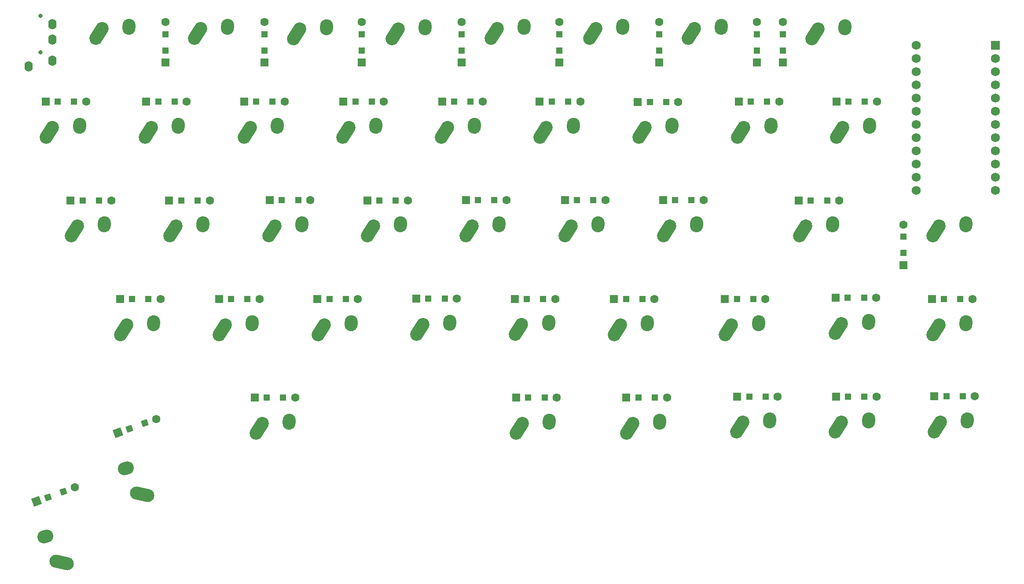
<source format=gts>
G04 #@! TF.GenerationSoftware,KiCad,Pcbnew,(6.0.10-0)*
G04 #@! TF.CreationDate,2022-12-25T19:45:21-08:00*
G04 #@! TF.ProjectId,right,72696768-742e-46b6-9963-61645f706362,rev?*
G04 #@! TF.SameCoordinates,Original*
G04 #@! TF.FileFunction,Soldermask,Top*
G04 #@! TF.FilePolarity,Negative*
%FSLAX46Y46*%
G04 Gerber Fmt 4.6, Leading zero omitted, Abs format (unit mm)*
G04 Created by KiCad (PCBNEW (6.0.10-0)) date 2022-12-25 19:45:21*
%MOMM*%
%LPD*%
G01*
G04 APERTURE LIST*
G04 Aperture macros list*
%AMHorizOval*
0 Thick line with rounded ends*
0 $1 width*
0 $2 $3 position (X,Y) of the first rounded end (center of the circle)*
0 $4 $5 position (X,Y) of the second rounded end (center of the circle)*
0 Add line between two ends*
20,1,$1,$2,$3,$4,$5,0*
0 Add two circle primitives to create the rounded ends*
1,1,$1,$2,$3*
1,1,$1,$4,$5*%
%AMRotRect*
0 Rectangle, with rotation*
0 The origin of the aperture is its center*
0 $1 length*
0 $2 width*
0 $3 Rotation angle, in degrees counterclockwise*
0 Add horizontal line*
21,1,$1,$2,0,0,$3*%
G04 Aperture macros list end*
%ADD10R,1.600000X1.600000*%
%ADD11R,1.200000X1.200000*%
%ADD12C,1.600000*%
%ADD13RotRect,1.600000X1.600000X20.000000*%
%ADD14RotRect,1.200000X1.200000X20.000000*%
%ADD15HorizOval,2.500000X-0.604462X-0.948815X0.604462X0.948815X0*%
%ADD16HorizOval,2.500000X-0.019724X-0.289328X0.019724X0.289328X0*%
%ADD17HorizOval,2.500000X-1.098333X0.243495X1.098333X-0.243495X0*%
%ADD18HorizOval,2.500000X0.278626X0.080421X-0.278626X-0.080421X0*%
%ADD19C,0.800000*%
%ADD20O,1.600000X2.000000*%
%ADD21R,1.752600X1.752600*%
%ADD22C,1.752600*%
G04 APERTURE END LIST*
D10*
X54750000Y-36400000D03*
D11*
X54750000Y-34075000D03*
X54750000Y-30925000D03*
D12*
X54750000Y-28600000D03*
D10*
X73750000Y-36400000D03*
D11*
X73750000Y-34075000D03*
D12*
X73750000Y-28600000D03*
D11*
X73750000Y-30925000D03*
X92500000Y-34075000D03*
D10*
X92500000Y-36400000D03*
D11*
X92500000Y-30925000D03*
D12*
X92500000Y-28600000D03*
D11*
X34005000Y-43910000D03*
D10*
X31680000Y-43910000D03*
D11*
X37155000Y-43910000D03*
D12*
X39480000Y-43910000D03*
D10*
X36480000Y-62930000D03*
D11*
X38805000Y-62930000D03*
D12*
X44280000Y-62930000D03*
D11*
X41955000Y-62930000D03*
D10*
X45980000Y-81940000D03*
D11*
X48305000Y-81940000D03*
D12*
X53780000Y-81940000D03*
D11*
X51455000Y-81940000D03*
D13*
X29955199Y-120873879D03*
D14*
X32139984Y-120078682D03*
X35100016Y-119001318D03*
D12*
X37284801Y-118206121D03*
D11*
X53345000Y-43910000D03*
D10*
X51020000Y-43910000D03*
D11*
X56495000Y-43910000D03*
D12*
X58820000Y-43910000D03*
D10*
X55450000Y-62930000D03*
D11*
X57775000Y-62930000D03*
D12*
X63250000Y-62930000D03*
D11*
X60925000Y-62930000D03*
X67345000Y-81960000D03*
D10*
X65020000Y-81960000D03*
D11*
X70495000Y-81960000D03*
D12*
X72820000Y-81960000D03*
D14*
X47789984Y-106908682D03*
D13*
X45605199Y-107703879D03*
D14*
X50750016Y-105831318D03*
D12*
X52934801Y-105036121D03*
D10*
X69870000Y-43890000D03*
D11*
X72195000Y-43890000D03*
X75345000Y-43890000D03*
D12*
X77670000Y-43890000D03*
D10*
X74800000Y-62900000D03*
D11*
X77125000Y-62900000D03*
X80275000Y-62900000D03*
D12*
X82600000Y-62900000D03*
D11*
X86275000Y-81930000D03*
D10*
X83950000Y-81930000D03*
D11*
X89425000Y-81930000D03*
D12*
X91750000Y-81930000D03*
D11*
X74210000Y-100900000D03*
D10*
X71885000Y-100900000D03*
D12*
X79685000Y-100900000D03*
D11*
X77360000Y-100900000D03*
X111750000Y-34075000D03*
D10*
X111750000Y-36400000D03*
D11*
X111750000Y-30925000D03*
D12*
X111750000Y-28600000D03*
D11*
X91275000Y-43940000D03*
D10*
X88950000Y-43940000D03*
D11*
X94425000Y-43940000D03*
D12*
X96750000Y-43940000D03*
D10*
X93570000Y-62940000D03*
D11*
X95895000Y-62940000D03*
X99045000Y-62940000D03*
D12*
X101370000Y-62940000D03*
D10*
X102980000Y-81880000D03*
D11*
X105305000Y-81880000D03*
D12*
X110780000Y-81880000D03*
D11*
X108455000Y-81880000D03*
D10*
X122200000Y-100910000D03*
D11*
X124525000Y-100910000D03*
D12*
X130000000Y-100910000D03*
D11*
X127675000Y-100910000D03*
X130500000Y-34075000D03*
D10*
X130500000Y-36400000D03*
D12*
X130500000Y-28600000D03*
D11*
X130500000Y-30925000D03*
D10*
X107960000Y-43940000D03*
D11*
X110285000Y-43940000D03*
X113435000Y-43940000D03*
D12*
X115760000Y-43940000D03*
D11*
X114855000Y-62910000D03*
D10*
X112530000Y-62910000D03*
D11*
X118005000Y-62910000D03*
D12*
X120330000Y-62910000D03*
D10*
X121940000Y-81930000D03*
D11*
X124265000Y-81930000D03*
D12*
X129740000Y-81930000D03*
D11*
X127415000Y-81930000D03*
D10*
X143410000Y-100900000D03*
D11*
X145735000Y-100900000D03*
X148885000Y-100900000D03*
D12*
X151210000Y-100900000D03*
D10*
X149750000Y-36400000D03*
D11*
X149750000Y-34075000D03*
X149750000Y-30925000D03*
D12*
X149750000Y-28600000D03*
D11*
X129065000Y-43950000D03*
D10*
X126740000Y-43950000D03*
D11*
X132215000Y-43950000D03*
D12*
X134540000Y-43950000D03*
D10*
X131580000Y-62910000D03*
D11*
X133905000Y-62910000D03*
X137055000Y-62910000D03*
D12*
X139380000Y-62910000D03*
D11*
X143345000Y-81910000D03*
D10*
X141020000Y-81910000D03*
D11*
X146495000Y-81910000D03*
D12*
X148820000Y-81910000D03*
D10*
X164730000Y-100690000D03*
D11*
X167055000Y-100690000D03*
X170205000Y-100690000D03*
D12*
X172530000Y-100690000D03*
D10*
X168500000Y-36400000D03*
D11*
X168500000Y-34075000D03*
X168500000Y-30925000D03*
D12*
X168500000Y-28600000D03*
D11*
X147925000Y-43970000D03*
D10*
X145600000Y-43970000D03*
D12*
X153400000Y-43970000D03*
D11*
X151075000Y-43970000D03*
D10*
X150460000Y-62920000D03*
D11*
X152785000Y-62920000D03*
X155935000Y-62920000D03*
D12*
X158260000Y-62920000D03*
D11*
X164685000Y-81930000D03*
D10*
X162360000Y-81930000D03*
D12*
X170160000Y-81930000D03*
D11*
X167835000Y-81930000D03*
D10*
X183730000Y-100710000D03*
D11*
X186055000Y-100710000D03*
X189205000Y-100710000D03*
D12*
X191530000Y-100710000D03*
D11*
X173500000Y-34075000D03*
D10*
X173500000Y-36400000D03*
D11*
X173500000Y-30925000D03*
D12*
X173500000Y-28600000D03*
D11*
X167355000Y-43940000D03*
D10*
X165030000Y-43940000D03*
D11*
X170505000Y-43940000D03*
D12*
X172830000Y-43940000D03*
D11*
X178885000Y-62930000D03*
D10*
X176560000Y-62930000D03*
D11*
X182035000Y-62930000D03*
D12*
X184360000Y-62930000D03*
D10*
X183670000Y-81680000D03*
D11*
X185995000Y-81680000D03*
D12*
X191470000Y-81680000D03*
D11*
X189145000Y-81680000D03*
X204985000Y-100670000D03*
D10*
X202660000Y-100670000D03*
D11*
X208135000Y-100670000D03*
D12*
X210460000Y-100670000D03*
D10*
X183830000Y-43930000D03*
D11*
X186155000Y-43930000D03*
X189305000Y-43930000D03*
D12*
X191630000Y-43930000D03*
D15*
X60925000Y-30820000D03*
D16*
X66700000Y-29550000D03*
D15*
X79945000Y-30840000D03*
D16*
X85720000Y-29570000D03*
D15*
X32405000Y-49810000D03*
D16*
X38180000Y-48540000D03*
D15*
X37165000Y-68820000D03*
D16*
X42940000Y-67550000D03*
D15*
X46695000Y-87830000D03*
D16*
X52470000Y-86560000D03*
D17*
X34765558Y-132622610D03*
D18*
X31596982Y-127630251D03*
D15*
X51425000Y-49810000D03*
D16*
X57200000Y-48540000D03*
D15*
X56145000Y-68830000D03*
D16*
X61920000Y-67560000D03*
D15*
X65655000Y-87840000D03*
D16*
X71430000Y-86570000D03*
D15*
X70445000Y-49810000D03*
D16*
X76220000Y-48540000D03*
D15*
X75205000Y-68810000D03*
D16*
X80980000Y-67540000D03*
D15*
X84675000Y-87820000D03*
D16*
X90450000Y-86550000D03*
D15*
X72785000Y-106810000D03*
D16*
X78560000Y-105540000D03*
D15*
X98935000Y-30860000D03*
D16*
X104710000Y-29590000D03*
D15*
X89455000Y-49820000D03*
D16*
X95230000Y-48550000D03*
D15*
X94175000Y-68810000D03*
D16*
X99950000Y-67540000D03*
D15*
X103665000Y-87810000D03*
D16*
X109440000Y-86540000D03*
D15*
X117945000Y-30810000D03*
D16*
X123720000Y-29540000D03*
D15*
X108415000Y-49830000D03*
D16*
X114190000Y-48560000D03*
D15*
X113175000Y-68820000D03*
D16*
X118950000Y-67550000D03*
D15*
X122675000Y-87810000D03*
D16*
X128450000Y-86540000D03*
D15*
X144025000Y-106800000D03*
D16*
X149800000Y-105530000D03*
D15*
X136945000Y-30820000D03*
D16*
X142720000Y-29550000D03*
D15*
X127415000Y-49840000D03*
D16*
X133190000Y-48570000D03*
D15*
X132185000Y-68820000D03*
D16*
X137960000Y-67550000D03*
D15*
X141685000Y-87830000D03*
D16*
X147460000Y-86560000D03*
D15*
X165215000Y-106590000D03*
D16*
X170990000Y-105320000D03*
D15*
X155920000Y-30820000D03*
D16*
X161695000Y-29550000D03*
D15*
X146425000Y-49850000D03*
D16*
X152200000Y-48580000D03*
D15*
X151185000Y-68820000D03*
D16*
X156960000Y-67550000D03*
D15*
X163055000Y-87830000D03*
D16*
X168830000Y-86560000D03*
D15*
X184225000Y-106590000D03*
D16*
X190000000Y-105320000D03*
D15*
X179675000Y-30840000D03*
D16*
X185450000Y-29570000D03*
D15*
X165425000Y-49840000D03*
D16*
X171200000Y-48570000D03*
D15*
X177305000Y-68800000D03*
D16*
X183080000Y-67530000D03*
D15*
X203225000Y-106580000D03*
D16*
X209000000Y-105310000D03*
D15*
X184435000Y-49820000D03*
D16*
X190210000Y-48550000D03*
D19*
X30690000Y-34410000D03*
X30690000Y-27410000D03*
D20*
X28390000Y-37110000D03*
X32990000Y-36010000D03*
X32990000Y-32010000D03*
X32990000Y-29010000D03*
D15*
X122785000Y-106810000D03*
D16*
X128560000Y-105540000D03*
D15*
X41925000Y-30820000D03*
D16*
X47700000Y-29550000D03*
D17*
X50245558Y-119502610D03*
D18*
X47076982Y-114510251D03*
D10*
X196750000Y-75400000D03*
D11*
X196750000Y-73075000D03*
X196750000Y-69925000D03*
D12*
X196750000Y-67600000D03*
D11*
X204505000Y-81910000D03*
D10*
X202180000Y-81910000D03*
D12*
X209980000Y-81910000D03*
D11*
X207655000Y-81910000D03*
D15*
X202955000Y-68790000D03*
D16*
X208730000Y-67520000D03*
D15*
X184225000Y-87580000D03*
D16*
X190000000Y-86310000D03*
D15*
X202945000Y-87820000D03*
D16*
X208720000Y-86550000D03*
D21*
X214390000Y-33114750D03*
D22*
X214390000Y-35654750D03*
X214390000Y-38194750D03*
X214390000Y-40734750D03*
X214390000Y-43274750D03*
X214390000Y-45814750D03*
X214390000Y-48354750D03*
X214390000Y-50894750D03*
X214390000Y-53434750D03*
X214390000Y-55974750D03*
X214390000Y-58514750D03*
X214390000Y-61054750D03*
X199150000Y-61054750D03*
X199150000Y-58514750D03*
X199150000Y-55974750D03*
X199150000Y-53434750D03*
X199150000Y-50894750D03*
X199150000Y-48354750D03*
X199150000Y-45814750D03*
X199150000Y-43274750D03*
X199150000Y-40734750D03*
X199150000Y-38194750D03*
X199150000Y-35654750D03*
X199150000Y-33114750D03*
M02*

</source>
